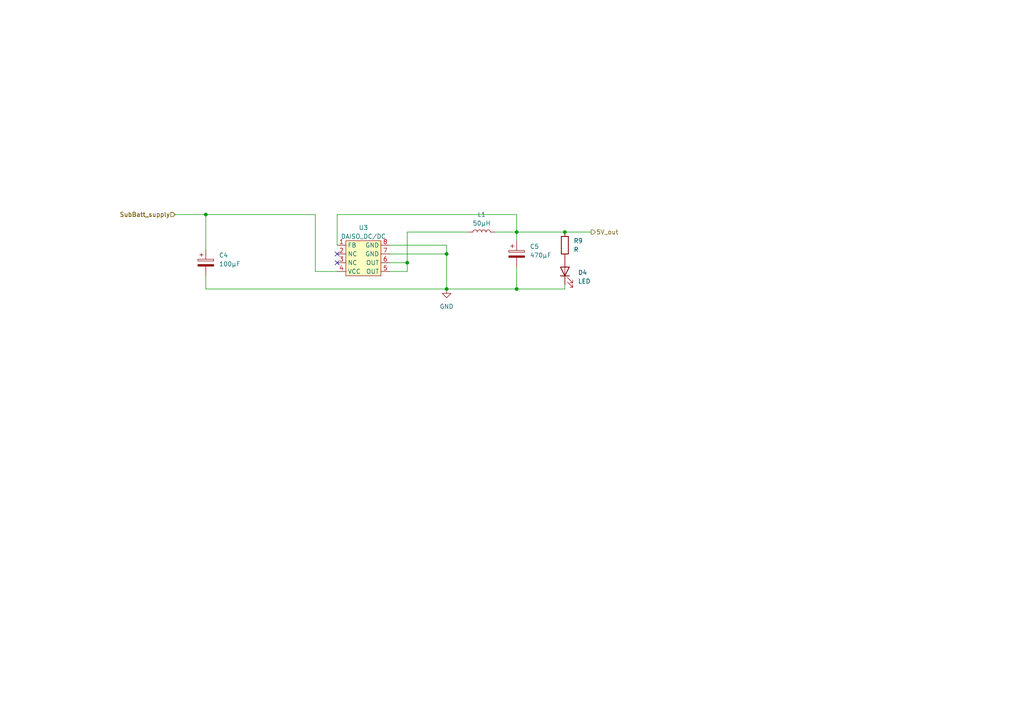
<source format=kicad_sch>
(kicad_sch
	(version 20231120)
	(generator "eeschema")
	(generator_version "8.0")
	(uuid "e7a3216a-5b9f-4f38-b29f-5458ec3aacd4")
	(paper "A4")
	(lib_symbols
		(symbol "Device:C_Polarized"
			(pin_numbers hide)
			(pin_names
				(offset 0.254)
			)
			(exclude_from_sim no)
			(in_bom yes)
			(on_board yes)
			(property "Reference" "C"
				(at 0.635 2.54 0)
				(effects
					(font
						(size 1.27 1.27)
					)
					(justify left)
				)
			)
			(property "Value" "C_Polarized"
				(at 0.635 -2.54 0)
				(effects
					(font
						(size 1.27 1.27)
					)
					(justify left)
				)
			)
			(property "Footprint" ""
				(at 0.9652 -3.81 0)
				(effects
					(font
						(size 1.27 1.27)
					)
					(hide yes)
				)
			)
			(property "Datasheet" "~"
				(at 0 0 0)
				(effects
					(font
						(size 1.27 1.27)
					)
					(hide yes)
				)
			)
			(property "Description" "Polarized capacitor"
				(at 0 0 0)
				(effects
					(font
						(size 1.27 1.27)
					)
					(hide yes)
				)
			)
			(property "ki_keywords" "cap capacitor"
				(at 0 0 0)
				(effects
					(font
						(size 1.27 1.27)
					)
					(hide yes)
				)
			)
			(property "ki_fp_filters" "CP_*"
				(at 0 0 0)
				(effects
					(font
						(size 1.27 1.27)
					)
					(hide yes)
				)
			)
			(symbol "C_Polarized_0_1"
				(rectangle
					(start -2.286 0.508)
					(end 2.286 1.016)
					(stroke
						(width 0)
						(type default)
					)
					(fill
						(type none)
					)
				)
				(polyline
					(pts
						(xy -1.778 2.286) (xy -0.762 2.286)
					)
					(stroke
						(width 0)
						(type default)
					)
					(fill
						(type none)
					)
				)
				(polyline
					(pts
						(xy -1.27 2.794) (xy -1.27 1.778)
					)
					(stroke
						(width 0)
						(type default)
					)
					(fill
						(type none)
					)
				)
				(rectangle
					(start 2.286 -0.508)
					(end -2.286 -1.016)
					(stroke
						(width 0)
						(type default)
					)
					(fill
						(type outline)
					)
				)
			)
			(symbol "C_Polarized_1_1"
				(pin passive line
					(at 0 3.81 270)
					(length 2.794)
					(name "~"
						(effects
							(font
								(size 1.27 1.27)
							)
						)
					)
					(number "1"
						(effects
							(font
								(size 1.27 1.27)
							)
						)
					)
				)
				(pin passive line
					(at 0 -3.81 90)
					(length 2.794)
					(name "~"
						(effects
							(font
								(size 1.27 1.27)
							)
						)
					)
					(number "2"
						(effects
							(font
								(size 1.27 1.27)
							)
						)
					)
				)
			)
		)
		(symbol "Device:L"
			(pin_numbers hide)
			(pin_names
				(offset 1.016) hide)
			(exclude_from_sim no)
			(in_bom yes)
			(on_board yes)
			(property "Reference" "L"
				(at -1.27 0 90)
				(effects
					(font
						(size 1.27 1.27)
					)
				)
			)
			(property "Value" "L"
				(at 1.905 0 90)
				(effects
					(font
						(size 1.27 1.27)
					)
				)
			)
			(property "Footprint" ""
				(at 0 0 0)
				(effects
					(font
						(size 1.27 1.27)
					)
					(hide yes)
				)
			)
			(property "Datasheet" "~"
				(at 0 0 0)
				(effects
					(font
						(size 1.27 1.27)
					)
					(hide yes)
				)
			)
			(property "Description" "Inductor"
				(at 0 0 0)
				(effects
					(font
						(size 1.27 1.27)
					)
					(hide yes)
				)
			)
			(property "ki_keywords" "inductor choke coil reactor magnetic"
				(at 0 0 0)
				(effects
					(font
						(size 1.27 1.27)
					)
					(hide yes)
				)
			)
			(property "ki_fp_filters" "Choke_* *Coil* Inductor_* L_*"
				(at 0 0 0)
				(effects
					(font
						(size 1.27 1.27)
					)
					(hide yes)
				)
			)
			(symbol "L_0_1"
				(arc
					(start 0 -2.54)
					(mid 0.6323 -1.905)
					(end 0 -1.27)
					(stroke
						(width 0)
						(type default)
					)
					(fill
						(type none)
					)
				)
				(arc
					(start 0 -1.27)
					(mid 0.6323 -0.635)
					(end 0 0)
					(stroke
						(width 0)
						(type default)
					)
					(fill
						(type none)
					)
				)
				(arc
					(start 0 0)
					(mid 0.6323 0.635)
					(end 0 1.27)
					(stroke
						(width 0)
						(type default)
					)
					(fill
						(type none)
					)
				)
				(arc
					(start 0 1.27)
					(mid 0.6323 1.905)
					(end 0 2.54)
					(stroke
						(width 0)
						(type default)
					)
					(fill
						(type none)
					)
				)
			)
			(symbol "L_1_1"
				(pin passive line
					(at 0 3.81 270)
					(length 1.27)
					(name "1"
						(effects
							(font
								(size 1.27 1.27)
							)
						)
					)
					(number "1"
						(effects
							(font
								(size 1.27 1.27)
							)
						)
					)
				)
				(pin passive line
					(at 0 -3.81 90)
					(length 1.27)
					(name "2"
						(effects
							(font
								(size 1.27 1.27)
							)
						)
					)
					(number "2"
						(effects
							(font
								(size 1.27 1.27)
							)
						)
					)
				)
			)
		)
		(symbol "Device:LED"
			(pin_numbers hide)
			(pin_names
				(offset 1.016) hide)
			(exclude_from_sim no)
			(in_bom yes)
			(on_board yes)
			(property "Reference" "D"
				(at 0 2.54 0)
				(effects
					(font
						(size 1.27 1.27)
					)
				)
			)
			(property "Value" "LED"
				(at 0 -2.54 0)
				(effects
					(font
						(size 1.27 1.27)
					)
				)
			)
			(property "Footprint" ""
				(at 0 0 0)
				(effects
					(font
						(size 1.27 1.27)
					)
					(hide yes)
				)
			)
			(property "Datasheet" "~"
				(at 0 0 0)
				(effects
					(font
						(size 1.27 1.27)
					)
					(hide yes)
				)
			)
			(property "Description" "Light emitting diode"
				(at 0 0 0)
				(effects
					(font
						(size 1.27 1.27)
					)
					(hide yes)
				)
			)
			(property "ki_keywords" "LED diode"
				(at 0 0 0)
				(effects
					(font
						(size 1.27 1.27)
					)
					(hide yes)
				)
			)
			(property "ki_fp_filters" "LED* LED_SMD:* LED_THT:*"
				(at 0 0 0)
				(effects
					(font
						(size 1.27 1.27)
					)
					(hide yes)
				)
			)
			(symbol "LED_0_1"
				(polyline
					(pts
						(xy -1.27 -1.27) (xy -1.27 1.27)
					)
					(stroke
						(width 0.254)
						(type default)
					)
					(fill
						(type none)
					)
				)
				(polyline
					(pts
						(xy -1.27 0) (xy 1.27 0)
					)
					(stroke
						(width 0)
						(type default)
					)
					(fill
						(type none)
					)
				)
				(polyline
					(pts
						(xy 1.27 -1.27) (xy 1.27 1.27) (xy -1.27 0) (xy 1.27 -1.27)
					)
					(stroke
						(width 0.254)
						(type default)
					)
					(fill
						(type none)
					)
				)
				(polyline
					(pts
						(xy -3.048 -0.762) (xy -4.572 -2.286) (xy -3.81 -2.286) (xy -4.572 -2.286) (xy -4.572 -1.524)
					)
					(stroke
						(width 0)
						(type default)
					)
					(fill
						(type none)
					)
				)
				(polyline
					(pts
						(xy -1.778 -0.762) (xy -3.302 -2.286) (xy -2.54 -2.286) (xy -3.302 -2.286) (xy -3.302 -1.524)
					)
					(stroke
						(width 0)
						(type default)
					)
					(fill
						(type none)
					)
				)
			)
			(symbol "LED_1_1"
				(pin passive line
					(at -3.81 0 0)
					(length 2.54)
					(name "K"
						(effects
							(font
								(size 1.27 1.27)
							)
						)
					)
					(number "1"
						(effects
							(font
								(size 1.27 1.27)
							)
						)
					)
				)
				(pin passive line
					(at 3.81 0 180)
					(length 2.54)
					(name "A"
						(effects
							(font
								(size 1.27 1.27)
							)
						)
					)
					(number "2"
						(effects
							(font
								(size 1.27 1.27)
							)
						)
					)
				)
			)
		)
		(symbol "Device:R"
			(pin_numbers hide)
			(pin_names
				(offset 0)
			)
			(exclude_from_sim no)
			(in_bom yes)
			(on_board yes)
			(property "Reference" "R"
				(at 2.032 0 90)
				(effects
					(font
						(size 1.27 1.27)
					)
				)
			)
			(property "Value" "R"
				(at 0 0 90)
				(effects
					(font
						(size 1.27 1.27)
					)
				)
			)
			(property "Footprint" ""
				(at -1.778 0 90)
				(effects
					(font
						(size 1.27 1.27)
					)
					(hide yes)
				)
			)
			(property "Datasheet" "~"
				(at 0 0 0)
				(effects
					(font
						(size 1.27 1.27)
					)
					(hide yes)
				)
			)
			(property "Description" "Resistor"
				(at 0 0 0)
				(effects
					(font
						(size 1.27 1.27)
					)
					(hide yes)
				)
			)
			(property "ki_keywords" "R res resistor"
				(at 0 0 0)
				(effects
					(font
						(size 1.27 1.27)
					)
					(hide yes)
				)
			)
			(property "ki_fp_filters" "R_*"
				(at 0 0 0)
				(effects
					(font
						(size 1.27 1.27)
					)
					(hide yes)
				)
			)
			(symbol "R_0_1"
				(rectangle
					(start -1.016 -2.54)
					(end 1.016 2.54)
					(stroke
						(width 0.254)
						(type default)
					)
					(fill
						(type none)
					)
				)
			)
			(symbol "R_1_1"
				(pin passive line
					(at 0 3.81 270)
					(length 1.27)
					(name "~"
						(effects
							(font
								(size 1.27 1.27)
							)
						)
					)
					(number "1"
						(effects
							(font
								(size 1.27 1.27)
							)
						)
					)
				)
				(pin passive line
					(at 0 -3.81 90)
					(length 1.27)
					(name "~"
						(effects
							(font
								(size 1.27 1.27)
							)
						)
					)
					(number "2"
						(effects
							(font
								(size 1.27 1.27)
							)
						)
					)
				)
			)
		)
		(symbol "New_Library:DAISODC/DC"
			(exclude_from_sim no)
			(in_bom yes)
			(on_board yes)
			(property "Reference" "U"
				(at 0 7.112 0)
				(effects
					(font
						(size 1.27 1.27)
					)
				)
			)
			(property "Value" ""
				(at -1.27 0 0)
				(effects
					(font
						(size 1.27 1.27)
					)
				)
			)
			(property "Footprint" ""
				(at -1.27 0 0)
				(effects
					(font
						(size 1.27 1.27)
					)
					(hide yes)
				)
			)
			(property "Datasheet" ""
				(at -1.27 0 0)
				(effects
					(font
						(size 1.27 1.27)
					)
					(hide yes)
				)
			)
			(property "Description" ""
				(at -1.27 0 0)
				(effects
					(font
						(size 1.27 1.27)
					)
					(hide yes)
				)
			)
			(symbol "DAISODC/DC_1_1"
				(rectangle
					(start -5.08 5.08)
					(end 5.08 -5.08)
					(stroke
						(width 0)
						(type default)
					)
					(fill
						(type background)
					)
				)
				(pin input line
					(at -7.62 3.81 0)
					(length 2.54)
					(name "FB"
						(effects
							(font
								(size 1.27 1.27)
							)
						)
					)
					(number "1"
						(effects
							(font
								(size 1.27 1.27)
							)
						)
					)
				)
				(pin input line
					(at -7.62 1.27 0)
					(length 2.54)
					(name "NC"
						(effects
							(font
								(size 1.27 1.27)
							)
						)
					)
					(number "2"
						(effects
							(font
								(size 1.27 1.27)
							)
						)
					)
				)
				(pin input line
					(at -7.62 -1.27 0)
					(length 2.54)
					(name "NC"
						(effects
							(font
								(size 1.27 1.27)
							)
						)
					)
					(number "3"
						(effects
							(font
								(size 1.27 1.27)
							)
						)
					)
				)
				(pin input line
					(at -7.62 -3.81 0)
					(length 2.54)
					(name "VCC"
						(effects
							(font
								(size 1.27 1.27)
							)
						)
					)
					(number "4"
						(effects
							(font
								(size 1.27 1.27)
							)
						)
					)
				)
				(pin input line
					(at 7.62 -3.81 180)
					(length 2.54)
					(name "OUT"
						(effects
							(font
								(size 1.27 1.27)
							)
						)
					)
					(number "5"
						(effects
							(font
								(size 1.27 1.27)
							)
						)
					)
				)
				(pin input line
					(at 7.62 -1.27 180)
					(length 2.54)
					(name "OUT"
						(effects
							(font
								(size 1.27 1.27)
							)
						)
					)
					(number "6"
						(effects
							(font
								(size 1.27 1.27)
							)
						)
					)
				)
				(pin input line
					(at 7.62 1.27 180)
					(length 2.54)
					(name "GND"
						(effects
							(font
								(size 1.27 1.27)
							)
						)
					)
					(number "7"
						(effects
							(font
								(size 1.27 1.27)
							)
						)
					)
				)
				(pin input line
					(at 7.62 3.81 180)
					(length 2.54)
					(name "GND"
						(effects
							(font
								(size 1.27 1.27)
							)
						)
					)
					(number "8"
						(effects
							(font
								(size 1.27 1.27)
							)
						)
					)
				)
			)
		)
		(symbol "power:GND"
			(power)
			(pin_numbers hide)
			(pin_names
				(offset 0) hide)
			(exclude_from_sim no)
			(in_bom yes)
			(on_board yes)
			(property "Reference" "#PWR"
				(at 0 -6.35 0)
				(effects
					(font
						(size 1.27 1.27)
					)
					(hide yes)
				)
			)
			(property "Value" "GND"
				(at 0 -3.81 0)
				(effects
					(font
						(size 1.27 1.27)
					)
				)
			)
			(property "Footprint" ""
				(at 0 0 0)
				(effects
					(font
						(size 1.27 1.27)
					)
					(hide yes)
				)
			)
			(property "Datasheet" ""
				(at 0 0 0)
				(effects
					(font
						(size 1.27 1.27)
					)
					(hide yes)
				)
			)
			(property "Description" "Power symbol creates a global label with name \"GND\" , ground"
				(at 0 0 0)
				(effects
					(font
						(size 1.27 1.27)
					)
					(hide yes)
				)
			)
			(property "ki_keywords" "global power"
				(at 0 0 0)
				(effects
					(font
						(size 1.27 1.27)
					)
					(hide yes)
				)
			)
			(symbol "GND_0_1"
				(polyline
					(pts
						(xy 0 0) (xy 0 -1.27) (xy 1.27 -1.27) (xy 0 -2.54) (xy -1.27 -1.27) (xy 0 -1.27)
					)
					(stroke
						(width 0)
						(type default)
					)
					(fill
						(type none)
					)
				)
			)
			(symbol "GND_1_1"
				(pin power_in line
					(at 0 0 270)
					(length 0)
					(name "~"
						(effects
							(font
								(size 1.27 1.27)
							)
						)
					)
					(number "1"
						(effects
							(font
								(size 1.27 1.27)
							)
						)
					)
				)
			)
		)
	)
	(junction
		(at 149.86 67.31)
		(diameter 0)
		(color 0 0 0 0)
		(uuid "2b2c328c-cdf7-4745-9cdc-7b6743d545db")
	)
	(junction
		(at 118.11 76.2)
		(diameter 0)
		(color 0 0 0 0)
		(uuid "2d19b2da-7550-4b90-b97a-ab6473ac7b66")
	)
	(junction
		(at 149.86 83.82)
		(diameter 0)
		(color 0 0 0 0)
		(uuid "6f826b9a-f77e-44e0-955a-c730e132f1dc")
	)
	(junction
		(at 129.54 73.66)
		(diameter 0)
		(color 0 0 0 0)
		(uuid "a3c18a14-3d2f-4e8c-9bd5-54bfef9668d2")
	)
	(junction
		(at 163.83 67.31)
		(diameter 0)
		(color 0 0 0 0)
		(uuid "c712dec6-31d7-433d-9cdf-785351868c64")
	)
	(junction
		(at 59.69 62.23)
		(diameter 0)
		(color 0 0 0 0)
		(uuid "e16f3581-2b80-4d5c-8f65-1b7b4aea94fc")
	)
	(junction
		(at 129.54 83.82)
		(diameter 0)
		(color 0 0 0 0)
		(uuid "f80766f8-5550-416a-89bc-416936b5bcf9")
	)
	(no_connect
		(at 97.79 73.66)
		(uuid "53d691f6-8171-4bc6-92bd-fd248975c27d")
	)
	(no_connect
		(at 97.79 76.2)
		(uuid "a34b146c-d2ea-477e-bd46-fa90ad8d1bd9")
	)
	(wire
		(pts
			(xy 113.03 73.66) (xy 129.54 73.66)
		)
		(stroke
			(width 0)
			(type default)
		)
		(uuid "012b54b9-05a0-4ebc-a1fd-fc8138cbf542")
	)
	(wire
		(pts
			(xy 129.54 71.12) (xy 129.54 73.66)
		)
		(stroke
			(width 0)
			(type default)
		)
		(uuid "0bf83984-4e3c-4ce7-b02e-09f4505fe20f")
	)
	(wire
		(pts
			(xy 59.69 83.82) (xy 129.54 83.82)
		)
		(stroke
			(width 0)
			(type default)
		)
		(uuid "1944174f-c7a0-4fdb-886b-e295eb64bc69")
	)
	(wire
		(pts
			(xy 163.83 83.82) (xy 163.83 82.55)
		)
		(stroke
			(width 0)
			(type default)
		)
		(uuid "1dea2d83-a978-451e-8e93-385103867070")
	)
	(wire
		(pts
			(xy 118.11 76.2) (xy 118.11 78.74)
		)
		(stroke
			(width 0)
			(type default)
		)
		(uuid "3744105c-2f87-44ba-a918-8857c20f201c")
	)
	(wire
		(pts
			(xy 143.51 67.31) (xy 149.86 67.31)
		)
		(stroke
			(width 0)
			(type default)
		)
		(uuid "385f175e-9c95-42ef-ae4d-17515780a403")
	)
	(wire
		(pts
			(xy 129.54 73.66) (xy 129.54 83.82)
		)
		(stroke
			(width 0)
			(type default)
		)
		(uuid "3aa871b7-83d5-417c-92c8-c558a327d85e")
	)
	(wire
		(pts
			(xy 113.03 71.12) (xy 129.54 71.12)
		)
		(stroke
			(width 0)
			(type default)
		)
		(uuid "45782046-8091-4d74-8880-cffd08691342")
	)
	(wire
		(pts
			(xy 97.79 62.23) (xy 149.86 62.23)
		)
		(stroke
			(width 0)
			(type default)
		)
		(uuid "4c43a89c-954f-4b13-9747-ce8a801dc2f7")
	)
	(wire
		(pts
			(xy 91.44 62.23) (xy 91.44 78.74)
		)
		(stroke
			(width 0)
			(type default)
		)
		(uuid "599c5bdd-d1a0-461e-81d1-ea00391e38f6")
	)
	(wire
		(pts
			(xy 59.69 80.01) (xy 59.69 83.82)
		)
		(stroke
			(width 0)
			(type default)
		)
		(uuid "7d4e5437-47ea-4ff5-8fc7-1696dc09bd96")
	)
	(wire
		(pts
			(xy 91.44 78.74) (xy 97.79 78.74)
		)
		(stroke
			(width 0)
			(type default)
		)
		(uuid "88e696ea-c09c-46aa-92c7-956e4fa47a06")
	)
	(wire
		(pts
			(xy 50.8 62.23) (xy 59.69 62.23)
		)
		(stroke
			(width 0)
			(type default)
		)
		(uuid "8dff1aaf-a3e7-481c-b27b-8da1f63fb6aa")
	)
	(wire
		(pts
			(xy 163.83 67.31) (xy 149.86 67.31)
		)
		(stroke
			(width 0)
			(type default)
		)
		(uuid "a2f8ed4c-228d-4bac-9a73-a5f9b2696bb0")
	)
	(wire
		(pts
			(xy 59.69 62.23) (xy 91.44 62.23)
		)
		(stroke
			(width 0)
			(type default)
		)
		(uuid "a79b9dbb-1464-432e-a007-6cda84a4a569")
	)
	(wire
		(pts
			(xy 113.03 76.2) (xy 118.11 76.2)
		)
		(stroke
			(width 0)
			(type default)
		)
		(uuid "bc7b5311-3732-474d-a7dc-428916de79e3")
	)
	(wire
		(pts
			(xy 149.86 62.23) (xy 149.86 67.31)
		)
		(stroke
			(width 0)
			(type default)
		)
		(uuid "be73bbf7-2a26-402c-9635-baac76c4482a")
	)
	(wire
		(pts
			(xy 118.11 78.74) (xy 113.03 78.74)
		)
		(stroke
			(width 0)
			(type default)
		)
		(uuid "ccc73142-3e5c-475e-bb76-cf66638b6382")
	)
	(wire
		(pts
			(xy 97.79 62.23) (xy 97.79 71.12)
		)
		(stroke
			(width 0)
			(type default)
		)
		(uuid "cda9d012-9b3d-41ab-91cb-b2f20e6e5259")
	)
	(wire
		(pts
			(xy 149.86 83.82) (xy 163.83 83.82)
		)
		(stroke
			(width 0)
			(type default)
		)
		(uuid "ce3532c5-70e3-4378-a978-eda5951c18fe")
	)
	(wire
		(pts
			(xy 149.86 83.82) (xy 129.54 83.82)
		)
		(stroke
			(width 0)
			(type default)
		)
		(uuid "d7c5ff0f-01b3-426b-8b26-bec2c8067d51")
	)
	(wire
		(pts
			(xy 149.86 77.47) (xy 149.86 83.82)
		)
		(stroke
			(width 0)
			(type default)
		)
		(uuid "db05783b-aa27-45cc-9804-412727a57377")
	)
	(wire
		(pts
			(xy 171.45 67.31) (xy 163.83 67.31)
		)
		(stroke
			(width 0)
			(type default)
		)
		(uuid "e20e1058-9567-4c80-9b92-36d23270f5bb")
	)
	(wire
		(pts
			(xy 118.11 67.31) (xy 118.11 76.2)
		)
		(stroke
			(width 0)
			(type default)
		)
		(uuid "e7578264-8518-4fcf-a8c5-1bf353913ab3")
	)
	(wire
		(pts
			(xy 59.69 72.39) (xy 59.69 62.23)
		)
		(stroke
			(width 0)
			(type default)
		)
		(uuid "ebcbfb9d-931b-4dd2-9359-cae562034734")
	)
	(wire
		(pts
			(xy 149.86 69.85) (xy 149.86 67.31)
		)
		(stroke
			(width 0)
			(type default)
		)
		(uuid "ef65f8b2-5fb6-42a1-975e-0cf10f6db68f")
	)
	(wire
		(pts
			(xy 118.11 67.31) (xy 135.89 67.31)
		)
		(stroke
			(width 0)
			(type default)
		)
		(uuid "f3509a3e-7fe9-4c55-a690-5180de746ac0")
	)
	(hierarchical_label "SubBatt_supply"
		(shape input)
		(at 50.8 62.23 180)
		(fields_autoplaced yes)
		(effects
			(font
				(size 1.27 1.27)
			)
			(justify right)
		)
		(uuid "8f4ecbcc-c0a7-4b91-894a-84507baaa066")
	)
	(hierarchical_label "SubBatt_supply"
		(shape input)
		(at 50.8 62.23 180)
		(fields_autoplaced yes)
		(effects
			(font
				(size 1.27 1.27)
			)
			(justify right)
		)
		(uuid "bf7f3a2e-96e8-485a-a8a9-da522f92a000")
	)
	(hierarchical_label "5V_out"
		(shape output)
		(at 171.45 67.31 0)
		(fields_autoplaced yes)
		(effects
			(font
				(size 1.27 1.27)
			)
			(justify left)
		)
		(uuid "eafe97bd-3003-44b7-9032-b54f9459a25b")
	)
	(symbol
		(lib_id "New_Library:DAISODC/DC")
		(at 105.41 74.93 0)
		(unit 1)
		(exclude_from_sim no)
		(in_bom yes)
		(on_board yes)
		(dnp no)
		(fields_autoplaced yes)
		(uuid "4ed65db6-d277-44a6-abcb-50bd95e7a79c")
		(property "Reference" "U3"
			(at 105.41 66.04 0)
			(effects
				(font
					(size 1.27 1.27)
				)
			)
		)
		(property "Value" "DAISO_DC/DC"
			(at 105.41 68.58 0)
			(effects
				(font
					(size 1.27 1.27)
				)
			)
		)
		(property "Footprint" "Package_SO:SOIC-8_3.9x4.9mm_P1.27mm"
			(at 104.14 74.93 0)
			(effects
				(font
					(size 1.27 1.27)
				)
				(hide yes)
			)
		)
		(property "Datasheet" ""
			(at 104.14 74.93 0)
			(effects
				(font
					(size 1.27 1.27)
				)
				(hide yes)
			)
		)
		(property "Description" ""
			(at 104.14 74.93 0)
			(effects
				(font
					(size 1.27 1.27)
				)
				(hide yes)
			)
		)
		(pin "7"
			(uuid "2258fa80-0738-422d-8fd9-0cd86da7f08f")
		)
		(pin "3"
			(uuid "cc63603d-580b-4cab-b15f-fb1af2d3f0a1")
		)
		(pin "8"
			(uuid "f767202c-9dc6-455e-bece-d7097d0005fe")
		)
		(pin "4"
			(uuid "e0a4db26-86f0-4b4c-87a1-88bb81a39bf8")
		)
		(pin "2"
			(uuid "b0c96e28-515b-407e-b41b-7c01c8dcceeb")
		)
		(pin "1"
			(uuid "7420722e-dda3-495b-a6ff-eacb523ffa63")
		)
		(pin "5"
			(uuid "6f433730-8e47-4c20-9e24-4627331bdf15")
		)
		(pin "6"
			(uuid "95230914-37f9-410e-99e6-d59f7a4a71be")
		)
		(instances
			(project "PW-3-mini2-v1"
				(path "/e63e39d7-6ac0-4ffd-8aa3-1841a4541b55/823bdb72-b3da-47c7-8be1-d919cd2d99f3"
					(reference "U3")
					(unit 1)
				)
			)
		)
	)
	(symbol
		(lib_id "Device:LED")
		(at 163.83 78.74 90)
		(unit 1)
		(exclude_from_sim no)
		(in_bom yes)
		(on_board yes)
		(dnp no)
		(fields_autoplaced yes)
		(uuid "77537c8f-61b4-44ba-9113-b7a83a02f665")
		(property "Reference" "D4"
			(at 167.64 79.0575 90)
			(effects
				(font
					(size 1.27 1.27)
				)
				(justify right)
			)
		)
		(property "Value" "LED"
			(at 167.64 81.5975 90)
			(effects
				(font
					(size 1.27 1.27)
				)
				(justify right)
			)
		)
		(property "Footprint" "LED_SMD:LED_0603_1608Metric"
			(at 163.83 78.74 0)
			(effects
				(font
					(size 1.27 1.27)
				)
				(hide yes)
			)
		)
		(property "Datasheet" "~"
			(at 163.83 78.74 0)
			(effects
				(font
					(size 1.27 1.27)
				)
				(hide yes)
			)
		)
		(property "Description" ""
			(at 163.83 78.74 0)
			(effects
				(font
					(size 1.27 1.27)
				)
				(hide yes)
			)
		)
		(pin "2"
			(uuid "04b5a1d2-ca2a-4721-8409-c40b14628777")
		)
		(pin "1"
			(uuid "a399f8bf-71d2-4db2-94c5-3f5139a20f37")
		)
		(instances
			(project "PW-3-mini2-v1"
				(path "/e63e39d7-6ac0-4ffd-8aa3-1841a4541b55/823bdb72-b3da-47c7-8be1-d919cd2d99f3"
					(reference "D4")
					(unit 1)
				)
			)
		)
	)
	(symbol
		(lib_id "power:GND")
		(at 129.54 83.82 0)
		(unit 1)
		(exclude_from_sim no)
		(in_bom yes)
		(on_board yes)
		(dnp no)
		(fields_autoplaced yes)
		(uuid "84afead4-6351-4dbe-8df5-df0f8bb48f3a")
		(property "Reference" "#PWR026"
			(at 129.54 90.17 0)
			(effects
				(font
					(size 1.27 1.27)
				)
				(hide yes)
			)
		)
		(property "Value" "GND"
			(at 129.54 88.9 0)
			(effects
				(font
					(size 1.27 1.27)
				)
			)
		)
		(property "Footprint" ""
			(at 129.54 83.82 0)
			(effects
				(font
					(size 1.27 1.27)
				)
				(hide yes)
			)
		)
		(property "Datasheet" ""
			(at 129.54 83.82 0)
			(effects
				(font
					(size 1.27 1.27)
				)
				(hide yes)
			)
		)
		(property "Description" "Power symbol creates a global label with name \"GND\" , ground"
			(at 129.54 83.82 0)
			(effects
				(font
					(size 1.27 1.27)
				)
				(hide yes)
			)
		)
		(pin "1"
			(uuid "5cc0c7f9-c415-4dc8-a1e5-d20e6e588b33")
		)
		(instances
			(project "PW-3-mini2-v1"
				(path "/e63e39d7-6ac0-4ffd-8aa3-1841a4541b55/823bdb72-b3da-47c7-8be1-d919cd2d99f3"
					(reference "#PWR026")
					(unit 1)
				)
			)
		)
	)
	(symbol
		(lib_id "Device:C_Polarized")
		(at 59.69 76.2 0)
		(unit 1)
		(exclude_from_sim no)
		(in_bom yes)
		(on_board yes)
		(dnp no)
		(fields_autoplaced yes)
		(uuid "a81dfe39-533c-4954-b01f-5c6454a44609")
		(property "Reference" "C4"
			(at 63.5 74.0409 0)
			(effects
				(font
					(size 1.27 1.27)
				)
				(justify left)
			)
		)
		(property "Value" "100μF"
			(at 63.5 76.5809 0)
			(effects
				(font
					(size 1.27 1.27)
				)
				(justify left)
			)
		)
		(property "Footprint" "Capacitor_THT:CP_Radial_D6.3mm_P2.50mm"
			(at 60.6552 80.01 0)
			(effects
				(font
					(size 1.27 1.27)
				)
				(hide yes)
			)
		)
		(property "Datasheet" "~"
			(at 59.69 76.2 0)
			(effects
				(font
					(size 1.27 1.27)
				)
				(hide yes)
			)
		)
		(property "Description" ""
			(at 59.69 76.2 0)
			(effects
				(font
					(size 1.27 1.27)
				)
				(hide yes)
			)
		)
		(pin "1"
			(uuid "d9f6a4b0-ea02-4b60-9cd6-b0743d4fe156")
		)
		(pin "2"
			(uuid "9dc431c6-492f-4803-81f6-d78548673200")
		)
		(instances
			(project "PW-3-mini2-v1"
				(path "/e63e39d7-6ac0-4ffd-8aa3-1841a4541b55/823bdb72-b3da-47c7-8be1-d919cd2d99f3"
					(reference "C4")
					(unit 1)
				)
			)
		)
	)
	(symbol
		(lib_id "Device:R")
		(at 163.83 71.12 0)
		(unit 1)
		(exclude_from_sim no)
		(in_bom yes)
		(on_board yes)
		(dnp no)
		(fields_autoplaced yes)
		(uuid "b3913d1b-706d-49a8-ae37-e317b3607c79")
		(property "Reference" "R9"
			(at 166.37 69.85 0)
			(effects
				(font
					(size 1.27 1.27)
				)
				(justify left)
			)
		)
		(property "Value" "R"
			(at 166.37 72.39 0)
			(effects
				(font
					(size 1.27 1.27)
				)
				(justify left)
			)
		)
		(property "Footprint" "Resistor_SMD:R_0603_1608Metric"
			(at 162.052 71.12 90)
			(effects
				(font
					(size 1.27 1.27)
				)
				(hide yes)
			)
		)
		(property "Datasheet" "~"
			(at 163.83 71.12 0)
			(effects
				(font
					(size 1.27 1.27)
				)
				(hide yes)
			)
		)
		(property "Description" ""
			(at 163.83 71.12 0)
			(effects
				(font
					(size 1.27 1.27)
				)
				(hide yes)
			)
		)
		(pin "2"
			(uuid "eeb044fa-c6b2-4319-afa3-d9a4a48032e2")
		)
		(pin "1"
			(uuid "ede014ce-3848-41b8-8b80-d39e1b5337f8")
		)
		(instances
			(project "PW-3-mini2-v1"
				(path "/e63e39d7-6ac0-4ffd-8aa3-1841a4541b55/823bdb72-b3da-47c7-8be1-d919cd2d99f3"
					(reference "R9")
					(unit 1)
				)
			)
		)
	)
	(symbol
		(lib_id "Device:C_Polarized")
		(at 149.86 73.66 0)
		(unit 1)
		(exclude_from_sim no)
		(in_bom yes)
		(on_board yes)
		(dnp no)
		(fields_autoplaced yes)
		(uuid "ea77f60d-48f0-4a1b-9556-e777f802777c")
		(property "Reference" "C5"
			(at 153.67 71.5009 0)
			(effects
				(font
					(size 1.27 1.27)
				)
				(justify left)
			)
		)
		(property "Value" "470μF"
			(at 153.67 74.0409 0)
			(effects
				(font
					(size 1.27 1.27)
				)
				(justify left)
			)
		)
		(property "Footprint" "Capacitor_THT:CP_Radial_D6.3mm_P2.50mm"
			(at 150.8252 77.47 0)
			(effects
				(font
					(size 1.27 1.27)
				)
				(hide yes)
			)
		)
		(property "Datasheet" "~"
			(at 149.86 73.66 0)
			(effects
				(font
					(size 1.27 1.27)
				)
				(hide yes)
			)
		)
		(property "Description" ""
			(at 149.86 73.66 0)
			(effects
				(font
					(size 1.27 1.27)
				)
				(hide yes)
			)
		)
		(pin "1"
			(uuid "aae0ce70-6c2f-4138-99d2-ba34ec9a7726")
		)
		(pin "2"
			(uuid "d2c55ced-042c-4b6e-b880-03c2a162f270")
		)
		(instances
			(project "PW-3-mini2-v1"
				(path "/e63e39d7-6ac0-4ffd-8aa3-1841a4541b55/823bdb72-b3da-47c7-8be1-d919cd2d99f3"
					(reference "C5")
					(unit 1)
				)
			)
		)
	)
	(symbol
		(lib_id "Device:L")
		(at 139.7 67.31 90)
		(unit 1)
		(exclude_from_sim no)
		(in_bom yes)
		(on_board yes)
		(dnp no)
		(fields_autoplaced yes)
		(uuid "ffb2aeba-25ab-4681-936c-e1d7e619db98")
		(property "Reference" "L1"
			(at 139.7 62.23 90)
			(effects
				(font
					(size 1.27 1.27)
				)
			)
		)
		(property "Value" "50μH"
			(at 139.7 64.77 90)
			(effects
				(font
					(size 1.27 1.27)
				)
			)
		)
		(property "Footprint" "Inductor_THT:L_Toroid_Vertical_L10.0mm_W5.0mm_P5.08mm"
			(at 139.7 67.31 0)
			(effects
				(font
					(size 1.27 1.27)
				)
				(hide yes)
			)
		)
		(property "Datasheet" "~"
			(at 139.7 67.31 0)
			(effects
				(font
					(size 1.27 1.27)
				)
				(hide yes)
			)
		)
		(property "Description" ""
			(at 139.7 67.31 0)
			(effects
				(font
					(size 1.27 1.27)
				)
				(hide yes)
			)
		)
		(pin "2"
			(uuid "5ba875c1-1039-4632-b65c-1d03f664f3b6")
		)
		(pin "1"
			(uuid "e5881746-8e5e-4907-85e8-7ca610cd40a4")
		)
		(instances
			(project "PW-3-mini2-v1"
				(path "/e63e39d7-6ac0-4ffd-8aa3-1841a4541b55/823bdb72-b3da-47c7-8be1-d919cd2d99f3"
					(reference "L1")
					(unit 1)
				)
			)
		)
	)
)
</source>
